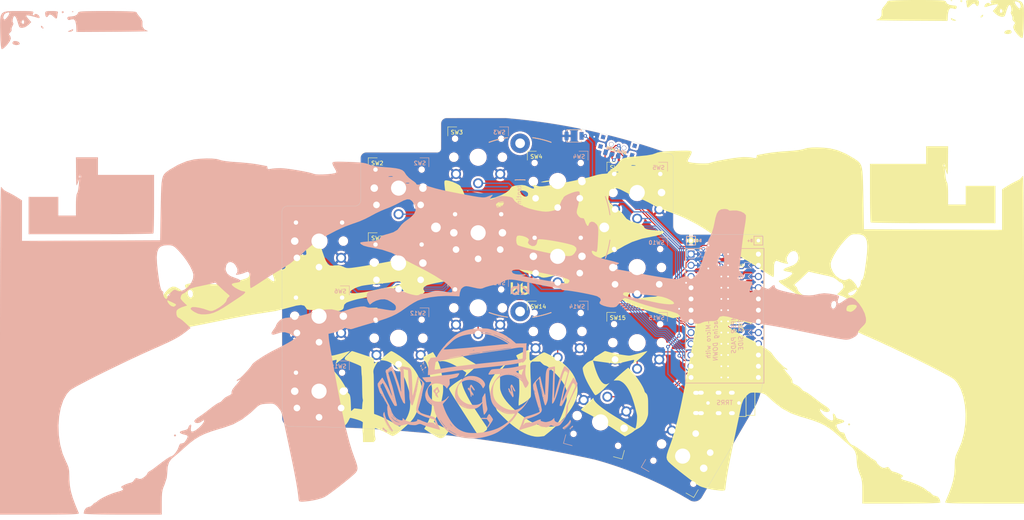
<source format=kicad_pcb>
(kicad_pcb (version 20240108) (generator "pcbnew") (generator_version "8.0")
  (layers (0 "F.Cu" signal) (31 "B.Cu" signal) (34 "B.Paste" user) (35 "F.Paste" user) (36 "B.SilkS" user "B.Silkscreen") (37 "F.SilkS" user "F.Silkscreen") (38 "B.Mask" user) (39 "F.Mask" user) (44 "Edge.Cuts" user))
  (net 0 "")
  (net 1 "gnd")
  (net 2 "vcc")
  (net 3 "Switch18")
  (net 4 "reset")
  (net 5 "Switch1")
  (net 6 "Switch2")
  (net 7 "Switch3")
  (net 8 "Switch4")
  (net 9 "Switch5")
  (net 10 "Switch6")
  (net 11 "Switch7")
  (net 12 "Switch8")
  (net 13 "Switch9")
  (net 14 "Switch10")
  (net 15 "Switch11")
  (net 16 "Switch12")
  (net 17 "Switch13")
  (net 18 "Switch14")
  (net 19 "Switch15")
  (net 20 "Switch16")
  (net 21 "Switch17")
  (net 22 "raw")
  (net 23 "BT+_r")
  (net 24 "Net-(SW_POWERR1-Pad1)")
  (footprint "kbd:1pin_conn" (layer "F.Cu") (at 126.492 45.974)
    (property "Reference" "B+")
    (property "Value" "MountingHole_Pad" (hide yes))
  )
  (footprint "kbd:1pin_conn" (layer "F.Cu") (at 111.252 45.974)
    (property "Reference" "B-")
    (property "Value" "MountingHole_Pad" (hide yes))
  )
  (footprint "Kailh:TRRS-PJ-DPB2" (layer "F.Cu") (at 123.698 82.75 -90)
    (property "Reference" "J2")
    (property "Value" "AudioJack4dpb" (hide yes))
  )
  (footprint "* duckyb-collection:SW_PG1350_rev_DPB" (layer "F.Cu") (at 27.08 46.08)
    (property "Reference" "SW1" (hide yes))
    (property "Value" "SW_Push" (hide yes))
  )
  (footprint "* duckyb-collection:SW_PG1350_rev_DPB" (layer "F.Cu") (at 45.08 34.08)
    (property "Reference" "SW2" (hide yes))
    (property "Value" "SW_Push" (hide yes))
  )
  (footprint "* duckyb-collection:SW_PG1350_rev_DPB" (layer "F.Cu") (at 63.08 27.08)
    (property "Reference" "SW3" (hide yes))
    (property "Value" "SW_Push" (hide yes))
  )
  (footprint "* duckyb-collection:SW_PG1350_rev_DPB" (layer "F.Cu") (at 81.08 32.58)
    (property "Reference" "SW4" (hide yes))
    (property "Value" "SW_Push" (hide yes))
  )
  (footprint "* duckyb-collection:SW_PG1350_rev_DPB" (layer "F.Cu") (at 99.08 35.08)
    (property "Reference" "SW5" (hide yes))
    (property "Value" "SW_Push" (hide yes))
  )
  (footprint "* duckyb-collection:SW_PG1350_rev_DPB" (layer "F.Cu") (at 27.08 63.08)
    (property "Reference" "SW6" (hide yes))
    (property "Value" "SW_Push" (hide yes))
  )
  (footprint "* duckyb-collection:SW_PG1350_rev_DPB" (layer "F.Cu") (at 45.08 51.054)
    (property "Reference" "SW7" (hide yes))
    (property "Value" "SW_Push" (hide yes))
  )
  (footprint "* duckyb-collection:SW_PG1350_rev_DPB" (layer "F.Cu") (at 63.08 44.196)
    (property "Reference" "SW8" (hide yes))
    (property "Value" "SW_Push" (hide yes))
  )
  (footprint "* duckyb-collection:SW_PG1350_rev_DPB" (layer "F.Cu") (at 81.08 49.53)
    (property "Reference" "SW9" (hide yes))
    (property "Value" "SW_Push" (hide yes))
  )
  (footprint "* duckyb-collection:SW_PG1350_rev_DPB" (layer "F.Cu") (at 99.06 52.07)
    (property "Reference" "SW10" (hide yes))
    (property "Value" "SW_Push" (hide yes))
  )
  (footprint "* duckyb-collection:SW_PG1350_rev_DPB" (layer "F.Cu") (at 27.08 80.08)
    (property "Reference" "SW11" (hide yes))
    (property "Value" "SW_Push" (hide yes))
  )
  (footprint "* duckyb-collection:SW_PG1350_rev_DPB" (layer "F.Cu") (at 45.08 68.072)
    (property "Reference" "SW12" (hide yes))
    (property "Value" "SW_Push" (hide yes))
  )
  (footprint "* duckyb-collection:SW_PG1350_rev_DPB" (layer "F.Cu") (at 63.08 61.214)
    (property "Reference" "SW13" (hide yes))
    (property "Value" "SW_Push" (hide yes))
  )
  (footprint "* duckyb-collection:SW_PG1350_rev_DPB" (layer "F.Cu") (at 81.08 66.548)
    (property "Reference" "SW14" (hide yes))
    (property "Value" "SW_Push" (hide yes))
  )
  (footprint "* duckyb-collection:SW_PG1350_rev_DPB" (layer "F.Cu") (at 99.06 69.088)
    (property "Reference" "SW15" (hide yes))
    (property "Value" "SW_Push" (hide yes))
  )
  (footprint "* duckyb-collection:SW_PG1350_rev_DPB" (layer "F.Cu") (at 109.356 94.78 150)
    (property "Reference" "SW17" (hide yes))
    (property "Value" "SW_Push" (hide yes))
  )
  (footprint "* duckyb-collection:SW_PG1350_rev_DPB" (layer "F.Cu") (at 90.796 87.03 165)
    (property "Reference" "SW16" (hide yes))
    (property "Value" "SW_Push" (hide yes))
  )
  (footprint "* duckyb-collection:ProMicro_jumpers_facedown" (layer "F.Cu") (at 118.872 62.992 -90)
    (property "Reference" "U1" (hide yes))
    (property "Value" "ProMicro-kbd" (hide yes))
  )
  (footprint "kbd:Tenting_Puck2" (layer "F.Cu") (at 72.58 42.98)
    (property "Reference" "REF**")
    (property "Value" "Tenting Puck")
  )
  (footprint "Kailh:SPDT_C128955" (layer "F.Cu") (at 94.6404 24.570573 -15.5)
    (property "Reference" "POWER SW")
    (property "Value" "SW_SPDT")
  )
  (footprint "* duckyb-collection:Tactile-Switch_SMT" (layer "F.Cu") (at 84.7852 22.2504)
    (property "Reference" "RSW2" (hide yes))
    (property "Value" "SW_Push")
  )
  (footprint "Pictures:kkk2" (layer "F.Cu") (at 86.5 48.5)
    (property "Reference" "G***")
    (property "Value" "LOGO" (hide yes))
  )
  (footprint "Pictures:kk" (layer "F.Cu") (at 62 81)
    (property "Reference" "G***")
    (property "Value" "LOGO" (hide yes))
  )
  (footprint "Pictures:kksps2" (layer "B.Cu") (at 62.5 78.5 180)
    (property "Reference" "G***")
    (property "Value" "LOGO" (hide yes))
  )
  (footprint "Pictures:kkk2" (layer "B.Cu") (at 55 51 180)
    (property "Reference" "G***")
    (property "Value" "LOGO" (hide yes))
  )
  (gr_arc (start 126.885 44.612) (mid 127.41533 44.83167) (end 127.635 45.362) (stroke (width 0.05)) (layer "Edge.Cuts"))
  (gr_line (start 18.690539 39.431493) (end 18.730254 86.245024) (stroke (width 0.05)) (layer "Edge.Cuts"))
  (gr_arc (start 106.78729 26.456889) (mid 107.104079 26.733645) (end 107.222045 27.137419) (stroke (width 0.05)) (layer "Edge.Cuts"))
  (gr_arc (start 89.409134 95.561946) (mid 100.486488 99.421597) (end 110.938 104.748) (stroke (width 0.05)) (layer "Edge.Cuts"))
  (gr_arc (start 109.257002 44.614917) (mid 107.844534 44.065716) (end 107.222001 42.683999) (stroke (width 0.05)) (layer "Edge.Cuts"))
  (gr_arc (start 69.291777 18.200679) (mid 88.315879 21.073764) (end 106.78729 26.456889) (stroke (width 0.05)) (layer "Edge.Cuts"))
  (gr_arc (start 113.67 104.149265) (mid 112.428995 105.01898) (end 110.938 104.748) (stroke (width 0.05)) (layer "Edge.Cuts"))
  (gr_arc (start 20.768 88.081119) (mid 55.288442 89.987554) (end 89.409134 95.561946) (stroke (width 0.05)) (layer "Edge.Cuts"))
  (gr_arc (start 20.768 88.081119) (mid 19.380573 87.572102) (end 18.730254 86.245024) (stroke (width 0.05)) (layer "Edge.Cuts"))
  (gr_line (start 127.635 45.362) (end 127.635 62.484) (stroke (width 0.05)) (layer "Edge.Cuts"))
  (gr_line (start 107.222001 42.683999) (end 107.222045 27.137419) (stroke (width 0.05)) (layer "Edge.Cuts"))
  (gr_line (start 109.257002 44.614917) (end 126.885 44.612) (stroke (width 0.05)) (layer "Edge.Cuts"))
  (gr_line (start 125.888304 83.312) (end 113.67 104.149265) (stroke (width 0.05)) (layer "Edge.Cuts"))
  (gr_arc (start 127.635 75.98785) (mid 127.177913 79.749197) (end 125.888304 83.312) (stroke (width 0.05)) (layer "Edge.Cuts"))
  (gr_line (start 69.291777 18.200679) (end 56 18.206139) (stroke (width 0.05)) (layer "Edge.Cuts"))
  (gr_line (start 127.635 62.484) (end 127.647 69.85) (stroke (width 0.05)) (layer "Edge.Cuts"))
  (gr_line (start 127.647 69.85) (end 127.635 75.98785) (stroke (width 0.05)) (layer "Edge.Cuts"))
  (gr_arc (start 36.489414 27.284564) (mid 36.868303 26.37215) (end 37.781392 25.99489) (stroke (width 0.05)) (layer "Edge.Cuts"))
  (gr_arc (start 54.685657 19.504544) (mid 55.071936 18.581124) (end 56 18.206139) (stroke (width 0.05)) (layer "Edge.Cuts"))
  (gr_arc (start 54.687154 25.186653) (mid 54.37493 25.794685) (end 53.72421 26.003853) (stroke (width 0.05)) (layer "Edge.Cuts"))
  (gr_line (start 54.690239 19.504548) (end 54.687154 25.186653) (stroke (width 0.05)) (layer "Edge.Cuts"))
  (gr_line (start 36.489414 27.284564) (end 36.502285 36.84956) (stroke (width 0.05)) (layer "Edge.Cuts"))
  (gr_arc (start 18.690539 39.431493) (mid 19.069428 38.519079) (end 19.982517 38.141819) (stroke (width 0.05)) (layer "Edge.Cuts"))
  (gr_arc (start 36.502285 36.84956) (mid 36.123396 37.761974) (end 35.210307 38.139234) (stroke (width 0.05)) (layer "Edge.Cuts"))
  (gr_line (start 53.72421 26.003853) (end 37.781392 25.99489) (stroke (width 0.05)) (layer "Edge.Cuts"))
  (gr_line (start 35.210307 38.139234) (end 19.982517 38.141819) (stroke (width 0.05)) (layer "Edge.Cuts"))
  (gr_text "RAW" (at 116.40097 49.0728 0) (layer "B.SilkS") (effects (font (size 0.6 0.6) (thickness 0.12)) (justify left mirror)))
  (gr_text "B-" (at 113.03 45.974 0) (layer "B.SilkS") (effects (font (size 0.6 0.6)) (justify mirror)))
  (gr_text "2) Close JUMPER PADS\non the OPPOSITE SIDE" (at 121.7168 53.7464 90) (layer "B.SilkS") (effects (font (size 1 1) (thickness 0.15) (italic yes)) (justify left mirror)))
  (gr_text "GND" (at 116.40097 51.6128 0) (layer "B.SilkS") (effects (font (size 0.6 0.6) (thickness 0.12)) (justify left mirror)))
  (gr_text "1) Place Pro-Micro with\ncomponents facing DOWN" (at 115.9764 53.7464 90) (layer "B.SilkS") (effects (font (size 1 1) (thickness 0.15) (italic yes)) (justify left mirror)))
  (gr_text "B+" (at 124.587 45.974 0) (layer "B.SilkS") (effects (font (size 0.6 0.6)) (justify mirror)))
  (gr_text "1) Place Pro-Micro with\ncomponents facing DOWN" (at 115.9764 72.4408 90) (layer "F.SilkS") (effects (font (size 1 1) (thickness 0.15) (italic yes)) (justify left)))
  (gr_text "Half Swept" (at 27.94 35.814 0) (layer "F.SilkS") (effects (font (size 1.5 1.5) (thickness 0.3))))
  (gr_text "GND" (at 121.3612 51.6128 0) (layer "F.SilkS") (effects (font (size 0.6 0.6) (thickness 0.12)) (justify left)))
  (gr_text "2) Close JUMPER PADS\non the OPPOSITE SIDE" (at 121.8692 72.4408 90) (layer "F.SilkS") (effects (font (size 1 1) (thickness 0.15) (italic yes)) (justify left)))
  (gr_text "TRRS" (at 118.872 82.677 0) (layer "F.SilkS") (effects (font (size 1 1))))
  (gr_text "RAW" (at 121.3612 49.0728 0) (layer "F.SilkS") (effects (font (size 0.6 0.6) (thickness 0.12)) (justify left)))
  (segment (start 114.046 53.3908) (end 115.1636 52.2732) (width 0.25) (layer "F.Cu") (net 1))
  (segment (start 118.11 56.642) (end 118.11 54.102) (width 0.25) (layer "F.Cu") (net 1))
  (segment (start 114.046 54.102) (end 114.046 53.3908) (width 0.25) (layer "F.Cu") (net 1))
  (via (at 115.1636 52.2732) (size 0.8) (drill 0.4) (layers "F.Cu" "B.Cu") (net 1))
  (via (at 109.3724 45.6692) (size 0.8) (drill 0.4) (layers "F.Cu" "B.Cu") (net 1))
  (via (at 89.3572 22.4536) (size 0.8) (drill 0.4) (layers "F.Cu" "B.Cu") (net 1))
  (segment (start 112.630511 50.146511) (end 110.661711 50.146511) (width 0.25) (layer "B.Cu") (net 1))
  (segment (start 110.127489 47.098511) (end 111.252 45.974) (width 0.25) (layer "B.Cu") (net 1))
  (segment (start 114.7572 52.2732) (end 114.046 51.562) (width 0.25) (layer "B.Cu") (net 1))
  (segment (start 110.661711 50.146511) (end 110.127489 49.612289) (width 0.25) (layer "B.Cu") (net 1))
  (segment (start 114.046 51.562) (end 112.630511 50.146511) (width 0.25) (layer "B.Cu") (net 1))
  (segment (start 115.1636 52.2732) (end 114.7572 52.2732) (width 0.25) (layer "B.Cu") (net 1))
  (segment (start 110.127489 49.612289) (end 110.127489 47.098511) (width 0.25) (layer "B.Cu") (net 1))
  (segment (start 120.498 85.05) (end 120.498 80.44) (width 0.25) (layer "F.Cu") (net 2))
  (segment (start 108.5596 57.0992) (end 108.5596 61.4172) (width 0.25) (layer "F.Cu") (net 2))
  (segment (start 106.0196 70.0024) (end 106.0704 70.0024) (width 0.25) (layer "F.Cu") (net 2))
  (segment (start 106.0704 70.0024) (end 108.5596 67.5132) (width 0.25) (layer "F.Cu") (net 2))
  (segment (start 120.498 80.44) (end 120.478 80.42) (width 0.25) (layer "F.Cu") (net 2))
  (segment (start 110.1344 55.5244) (end 108.5596 57.0992) (width 0.25) (layer "F.Cu") (net 2))
  (via (at 106.0196 70.0024) (size 0.8) (drill 0.4) (layers "F.Cu" "B.Cu") (net 2))
  (via (at 110.1344 55.5244) (size 0.8) (drill 0.4) (layers "F.Cu" "B.Cu") (net 2))
  (via (at 108.5596 67.5132) (size 0.8) (drill 0.4) (layers "F.Cu" "B.Cu") (net 2))
  (via (at 108.5596 61.4172) (size 0.8) (drill 0.4) (layers "F.Cu" "B.Cu") (net 2))
  (segment (start 108.5596 67.5132) (end 108.5596 61.4172) (width 0.25) (layer "B.Cu") (net 2))
  (segment (start 111.6584 81.8388) (end 119.0592 81.8388) (width 0.25) (layer "B.Cu") (net 2))
  (segment (start 110.141311 55.517489) (end 112.921489 55.517489) (width 0.25) (layer "B.Cu") (net 2))
  (segment (start 112.921489 55.517489) (end 114.046 56.642) (width 0.25) (layer "B.Cu") (net 2))
  (segment (start 119.0592 81.8388) (end 120.478 80.42) (width 0.25) (layer "B.Cu") (net 2))
  (segment (start 106.0196 70.0024) (end 106.0196 76.2) (width 0.25) (layer "B.Cu") (net 2))
  (segment (start 110.1344 55.5244) (end 110.141311 55.517489) (width 0.25) (layer "B.Cu") (net 2))
  (segment (start 106.0196 76.2) (end 111.6584 81.8388) (width 0.25) (layer "B.Cu") (net 2))
  (segment (start 118.11 51.562) (end 118.834511 52.286511) (width 0.25) (layer "F.Cu") (net 3))
  (segment (start 118.834511 52.286511) (end 118.834511 79.063489) (width 0.25) (layer "F.Cu") (net 3))
  (segment (start 117.498 80.44) (end 117.478 80.42) (width 0.25) (layer "F.Cu") (net 3))
  (segment (start 118.834511 79.063489) (end 117.478 80.42) (width 0.25) (layer "F.Cu") (net 3))
  (segment (start 117.498 85.05) (end 117.498 80.44) (width 0.25) (layer "F.Cu") (net 3))
  (segment (start 87.3252 22.2504) (end 86.4852 22.2504) (width 0.25) (layer "F.Cu") (net 4))
  (via (at 87.3252 22.2504) (size 0.8) (drill 0.4) (layers "F.Cu" "B.Cu") (net 4))
  (segment (start 86.4852 22.2504) (end 87.3252 22.2504) (width 0.25) (layer "B.Cu") (net 4))
  (segment (start 87.3252 22.2504) (end 88.9508 23.876) (width 0.25) (layer "B.Cu") (net 4))
  (segment (start 88.9508 33.217792) (end 93.020208 37.2872) (width 0.25) (layer "B.Cu") (net 4))
  (segment (start 88.9508 23.876) (end 88.9508 33.217792) (width 0.25) (layer "B.Cu") (net 4))
  (segment (start 96.172452 37.2872) (end 98.356852 39.4716) (width 0.25) (layer "B.Cu") (net 4))
  (segment (start 109.54488 52.03928) (end 110.3376 52.832) (width 0.25) (layer "B.Cu") (net 4))
  (segment (start 93.020208 37.2872) (end 96.172452 37.2872) (width 0.25) (layer "B.Cu") (net 4))
  (segment (start 109.54488 47.593566) (end 109.54488 52.03928) (width 0.25) (layer "B.Cu") (net 4))
  (segment (start 98.356852 39.4716) (end 101.422914 39.4716) (width 0.25) (layer "B.Cu") (net 4))
  (segment (start 101.422914 39.4716) (end 109.54488 47.593566) (width 0.25) (layer "B.Cu") (net 4))
  (segment (start 110.3376 52.832) (end 112.776 52.832) (width 0.25) (layer "B.Cu") (net 4))
  (segment (start 112.776 52.832) (end 114.046 54.102) (width 0.25) (layer "B.Cu") (net 4))
  (segment (start 108.6104 72.0344) (end 109.6772 73.1012) (width 0.25) (layer "F.Cu") (net 5))
  (segment (start 112.8268 73.1012) (end 114.046 71.882) (width 0.25) (layer "F.Cu") (net 5))
  (segment (start 109.6772 73.1012) (end 112.8268 73.1012) (width 0.25) (layer "F.Cu") (net 5))
  (via (at 108.6104 72.0344) (size 0.8) (drill 0.4) (layers "F.Cu" "B.Cu") (net 5))
  (segment (start 108.6104 71.299954) (end 104.925246 67.6148) (width 0.25) (layer "B.Cu") (net 5))
  (segment (start 60.653557 52.14856) (end 55.398597 57.40352) (width 0.25) (layer "B.Cu") (net 5))
  (segment (start 49.32728 57.40352) (end 48.321289 58.409511) (width 0.25) (layer "B.Cu") (net 5))
  (segment (start 103.2256 67.6148) (end 94.742 59.1312) (width 0.25) (layer "B.Cu") (net 5))
  (segment (start 81.9912 56.9976) (end 77.4192 56.9976) (width 0.25) (layer "B.Cu") (net 5))
  (segment (start 83.10928 55.87952) (end 81.9912 56.9976) (width 0.25) (layer "B.Cu") (net 5))
  (segment (start 72.57016 52.14856) (end 60.653557 52.14856) (width 0.25) (layer "B.Cu") (net 5))
  (segment (start 48.321289 58.409511) (end 33.509511 58.409511) (width 0.25) (layer "B.Cu") (net 5))
  (segment (start 108.6104 72.0344) (end 108.6104 71.299954) (width 0.25) (layer "B.Cu") (net 5))
  (segment (start 94.742 59.1312) (end 92.6084 59.1312) (width 0.25) (layer "B.Cu") (net 5))
  (segment (start 55.398597 57.40352) (end 49.32728 57.40352) (width 0.25) (layer "B.Cu") (net 5))
  (segment (start 92.6084 59.1312) (end 89.35672 55.87952) (width 0.25) (layer "B.Cu") (net 5))
  (segment (start 77.4192 56.9976) (end 72.57016 52.14856) (width 0.25) (layer "B.Cu") (net 5))
  (segment (start 33.509511 58.409511) (end 27.08 51.98) (width 0.25) (layer "B.Cu") (net 5))
  (segment (start 89.35672 55.87952) (end 83.10928 55.87952) (width 0.25) (layer "B.Cu") (net 5))
  (segment (start 104.925246 67.6148) (end 103.2256 67.6148) (width 0.25) (layer "B.Cu") (net 5))
  (segment (start 108.62576 60.316396) (end 109.48168 61.172316) (width 0.25) (layer "B.Cu") (net 6))
  (segment (start 108.62576 58.869314) (end 108.62576 60.316396) (width 0.25) (layer "B.Cu") (net 6))
  (segment (start 95.276118 43.5864) (end 102.994846 43.5864) (width 0.25) (layer "B.Cu") (net 6))
  (segment (start 85.69192 41.29272) (end 90.36552 45.96632) (width 0.25) (layer "B.Cu") (net 6))
  (segment (start 110.0328 64.8716) (end 110.838689 65.677489) (width 0.25) (layer "B.Cu") (net 6))
  (segment (start 110.838689 65.677489) (end 112.921489 65.677489) (width 0.25) (layer "B.Cu") (net 6))
  (segment (start 109.48168 62.177698) (end 110.0328 62.728818) (width 0.25) (layer "B.Cu") (net 6))
  (segment (start 90.36552 45.96632) (end 92.896198 45.96632) (width 0.25) (layer "B.Cu") (net 6))
  (segment (start 70.941483 34.544) (end 77.690203 41.29272) (width 0.25) (layer "B.Cu") (net 6))
  (segment (start 110.0328 62.728818) (end 110.0328 64.8716) (width 0.25) (layer "B.Cu") (net 6))
  (segment (start 102.994846 43.5864) (end 107.7468 48.338354) (width 0.25) (layer "B.Cu") (net 6))
  (segment (start 45.08 39.98) (end 51.2568 39.98) (width 0.25) (layer "B.Cu") (net 6))
  (segment (start 109.48168 61.172316) (end 109.48168 62.177698) (width 0.25) (layer "B.Cu") (net 6))
  (segment (start 51.2568 39.98) (end 56.6928 34.544) (width 0.25) (layer "B.Cu") (net 6))
  (segment (start 112.921489 65.677489) (end 114.046 66.802) (width 0.25) (layer "B.Cu") (net 6))
  (segment (start 107.7468 57.990354) (end 108.62576 58.869314) (width 0.25) (layer "B.Cu") (net 6))
  (segment (start 92.896198 45.96632) (end 95.276118 43.5864) (width 0.25) (layer "B.Cu") (net 6))
  (segment (start 56.6928 34.544) (end 70.941483 34.544) (width 0.25) (layer "B.Cu") (net 6))
  (segment (start 107.7468 48.338354) (end 107.7468 57.990354) (width 0.25) (layer "B.Cu") (net 6))
  (segment (start 77.690203 41.29272) (end 85.69192 41.29272) (width 0.25) (layer "B.Cu") (net 6))
  (segment (start 103.181044 43.13688) (end 108.19632 48.152156) (width 0.25) (layer "B.Cu") (net 7))
  (segment (start 92.71 45.5168) (end 95.089921 43.13688) (width 0.25) (layer "B.Cu") (net 7))
  (segment (start 63.08 32.98) (end 70.0132 32.98) (width 0.25) (layer "B.Cu") (net 7))
  (segment (start 95.089921 43.13688) (end 103.181044 43.13688) (width 0.25) (layer "B.Cu") (net 7))
  (segment (start 109.9312 61.9915) (end 111.077189 63.137489) (width 0.25) (layer "B.Cu") (net 7))
  (segment (start 112.921489 63.137489) (end 114.046 64.262) (width 0.25) (layer "B.Cu") (net 7))
  (segment (start 90.596601 45.5168) (end 92.71 45.5168) (width 0.25) (layer "B.Cu") (net 7))
  (segment (start 85.923001 40.8432) (end 90.596601 45.5168) (width 0.25) (layer "B.Cu") (net 7))
  (segment (start 108.19632 57.804156) (end 109.07528 58.683116) (width 0.25) (layer "B.Cu") (net 7))
  (segment (start 109.9312 60.986118) (end 109.9312 61.9915) (width 0.25) (layer "B.Cu") (net 7))
  (segment (start 70.0132 32.98) (end 77.8764 40.8432) (width 0.25) (layer "B.Cu") (net 7))
  (segment (start 108.19632 48.152156) (end 108.19632 57.804156) (width 0.25) (layer "B.Cu") (net 7))
  (segment (start 109.07528 58.683116) (end 109.07528 60.130198) (width 0.25) (layer "B.Cu") (net 7))
  (segment (start 77.8764 40.8432) (end 85.923001 40.8432) (width 0.25) (layer "B.Cu") (net 7))
  (segment (start 109.07528 60.130198) (end 109.9312 60.986118) (width 0.25) (layer "B.Cu") (net 7))
  (segment (start 111.077189 63.137489) (end 112.921489 63.137489) (width 0.25) (layer "B.Cu") (net 7))
  (segment (start 109.5248 58.496918) (end 109.5248 59.944) (width 0.25) (layer "B.Cu") (net 8))
  (segment (start 108.64584 47.965958) (end 108.64584 57.617958) (width 0.25) (layer "B.Cu") (net 8))
  (segment (start 108.64584 57.617958) (end 109.5248 58.496918) (width 0.25) (layer "B.Cu") (net 8))
  (segment (start 110.178289 60.597489) (end 112.921489 60.597489) (width 0.25) (layer "B.Cu") (net 8))
  (segment (start 109.5248 59.944) (end 110.178289 60.597489) (width 0.25) (layer "B.Cu") (net 8))
  (segment (start 103.367242 42.68736) (end 108.64584 47.965958) (width 0.25) (layer "B.Cu") (net 8))
  (segment (start 95.51936 42.68736) (end 103.367242 42.68736) (width 0.25) (layer "B.Cu") (net 8))
  (segment (start 81.08 38.48) (end 82.986 40.386) (width 0.25) (layer "B.Cu") (net 8))
  (segment (start 82.986 40.386) (end 93.218 40.386) (width 0.25) (layer "B.Cu") (net 8))
  (segment (start 93.218 40.386) (end 95.51936 42.68736) (width 0.25) (layer "B.Cu") (net 8))
  (segment (start 112.921489 60.597489) (end 114.046 61.722) (width 0.25) (layer "B.Cu") (net 8))
  (segment (start 102.2956 40.98) (end 109.09536 47.779763) (width 0.25) (layer "B.Cu") (net 9))
  (segment (start 109.728 58.0644) (end 110.7793 58.0644) (width 0.25) (layer "B.Cu") (net 9))
  (segment (start 110.7793 58.0644) (end 110.786211 58.057489) (width 0.25) (layer "B.Cu") (net 9))
  (segment (start 110.786211 58.057489) (end 112.921489 58.057489) (width 0.25) (layer "B.Cu") (net 9))
  (segment (start 109.09536 57.43176) (end 109.728 58.0644) (width 0.25) (layer "B.Cu") (net 9))
  (segment (start 99.08 40.98) (end 102.2956 40.98) (width 0.25) (layer "B.Cu") (net 9))
  (segment (start 112.921489 58.057489) (end 114.046 59.182) (width 0.25) (layer "B.Cu") (net 9))
  (segment (start 109.09536 47.779763) (end 109.09536 57.43176) (width 0.25) (layer "B.Cu") (net 9))
  (segment (start 103.970392 65.81672) (end 105.670037 65.81672) (width 0.25) (layer "B.Cu") (net 10))
  (segment (start 105.933359 66.080043) (end 109.093716 69.2404) (width 0.25) (layer "B.Cu") (net 10))
  (segment (start 109.093716 69.2404) (end 109.7633 69.2404) (width 0.25) (layer "B.Cu") (net 10))
  (segment (start 24.990979 66.890979) (end 24.990979 51.767821) (width 0.25) (layer "B.Cu") (net 10))
  (segment (start 66.9036 50.8) (end 77.9272 50.8) (width 0.25) (layer "B.Cu") (net 10))
  (segment (start 41.926209 57.844991) (end 44.3992 55.372) (width 0.25) (layer "B.Cu") (net 10))
  (segment (start 87.373843 51.353772) (end 93.353192 57.33312) (width 0.25) (layer "B.Cu") (net 10))
  (segment (start 105.670037 65.81672) (end 105.933359 66.080043) (width 0.25) (layer "B.Cu") (net 10))
  (segment (start 78.85696 51.72976) (end 83.80464 51.72976) (width 0.25) (layer "B.Cu") (net 10))
  (segment (start 110.786211 68.217489) (end 112.921489 68.217489) (width 0.25) (layer "B.Cu") (net 10))
  (segment (start 95.486792 57.33312) (end 103.970392 65.81672) (width 0.25) (layer "B.Cu") (net 10))
  (segment (start 55.026202 56.50448) (end 60.4012 51.129482) (width 0.25) (layer "B.Cu") (net 10))
  (segment (start 64.1096 48.006) (end 66.9036 50.8) (width 0.25) (layer "B.Cu") (net 10))
  (segment (start 84.443951 51.090449) (end 87.110521 51.090449) (width 0.25) (layer "B.Cu") (net 10))
  (segment (start 48.4124 55.372) (end 49.54488 56.50448) (width 0.25) (layer "B.Cu") (net 10))
  (segment (start 109.7633 69.2404) (end 110.786211 68.217489) (width 0.25) (layer "B.Cu") (net 10))
  (segment (start 61.976 48.006) (end 64.1096 48.006) (width 0.25) (layer "B.Cu") (net 10))
  (segment (start 87.110521 51.090449) (end 87.373843 51.353772) (width 0.25) (layer "B.Cu") (net 10))
  (segment (start 60.4012 49.5808) (end 61.976 48.006) (width 0.25) (layer "B.Cu") (net 10))
  (segment (start 28.2956 50.4444) (end 35.696191 57.844991) (width 0.25) (layer "B.Cu") (net 10))
  (segment (start 93.353192 57.33312) (end 95.486792 57.33312) (width 0.25) (layer "B.Cu") (net 10))
  (segment (start 83.80464 51.72976) (end 84.443951 51.090449) (width 0.25) (layer "B.Cu") (net 10))
  (segment (start 49.54488 56.50448) (end 55.026202 56.50448) (width 0.25) (layer "B.Cu") (net 10))
  (segment (start 27.08 68.98) (end 24.990979 66.890979) (width 0.25) (layer "B.Cu") (net 10))
  (segment (start 35.696191 57.844991) (end 41.926209 57.844991) (width 0.25) (layer "B.Cu") (net 10))
  (segment (start 77.9272 50.8) (end 78.85696 51.72976) (width 0.25) (layer "B.Cu") (net 10))
  (segment (start 26.3144 50.4444) (end 28.2956 50.4444) (width 0.25) (layer "B.Cu") (net 10))
  (segment (start 24.990979 51.767821) (end 26.3144 50.4444) (width 0.25) (layer "B.Cu") (net 10))
  (segment (start 44.3992 55.372) (end 48.4124 55.372) (width 0.25) (layer "B.Cu") (net 10))
  (segment (start 60.4012 51.129482) (end 60.4012 49.5808) (width 0.25) (layer "B.Cu") (net 10))
  (segment (start 112.921489 68.217489) (end 114.046 69.342) (width 0.25) (layer "B.Cu") (net 10))
  (segment (start 103.784194 66.26624) (end 105.483839 66.26624) (width 0.25) (layer "B.Cu") (net 11))
  (segment (start 86.924323 51.539969) (end 93.166994 57.78264) (width 0.25) (layer "B.Cu") (net 11))
  (segment (start 93.166994 57.78264) (end 95.300594 57.78264) (width 0.25) (layer "B.Cu") (net 11))
  (segment (start 95.300594 57.78264) (end 103.784194 66.26624) (width 0.25) (layer "B.Cu") (net 11))
  (segment (start 109.975089 70.757489) (end 112.921489 70.757489) (width 0.25) (layer "B.Cu") (net 11))
  (segment (start 112.921489 70.757489) (end 114.046 71.882) (width 0.25) (layer "B.Cu") (net 11))
  (segment (start 60.85072 49.84248) (end 62.23768 48.45552) (width 0.25) (layer "B.Cu") (net 11))
  (segment (start 48.378602 55.97392) (end 49.358683 56.954) (width 0.25) (layer "B.Cu") (net 11))
  (segment (start 46.06008 55.97392) (end 48.378602 55.97392) (width 0.25) (layer "B.Cu") (net 11))
  (segment (start 62.23768 48.45552) (end 63.923403 48.45552) (width 0.25) (layer "B.Cu") (net 11))
  (segment (start 60.85072 51.315679) (end 60.85072 49.84248) (width 0.25) (layer "B.Cu") (net 11))
  (segment (start 45.08 56.954) (end 46.06008 55.97392) (width 0.25) (layer "B.Cu") (net 11))
  (segment (start 66.717403 51.24952) (end 77.741002 51.24952) (width 0.25) (layer "B.Cu") (net 11))
  (segment (start 84.630149 51.539969) (end 86.924323 51.539969) (width 0.25) (layer "B.Cu") (net 11))
  (segment (start 78.670762 52.17928) (end 83.990838 52.17928) (width 0.25) (layer "B.Cu") (net 11))
  (segment (start 105.483839 66.26624) (end 109.975089 70.757489) (width 0.25) (layer "B.Cu") (net 11))
  (segment (start 63.923403 48.45552) (end 66.717403 51.24952) (width 0.25) (layer "B.Cu") (net 11))
  (segment (start 55.2124 56.954) (end 60.85072 51.315679) (width 0.25) (layer "B.Cu") (net 11))
  (segment (start 49.358683 56.954) (end 55.2124 56.954) (width 0.25) (layer "B.Cu") (net 11))
  (segment (start 77.741002 51.24952) (end 78.670762 52.17928) (width 0.25) (layer "B.Cu") (net 11))
  (segment (start 83.990838 52.17928) (end 84.630149 51.539969) (width 0.25) (layer "B.Cu") (net 11))
  (segment (start 84.582 54.9656) (end 89.714236 54.9656) (width 0.25) (layer "B.Cu") (net 12))
  (segment (start 109.82192 71.240039) (end 109.82192 72.53472) (width 0.25) (layer "B.Cu") (net 12))
  (segment (start 64.928165 50.096) (end 66.531206 51.69904) (width 0.25) (layer "B.Cu") (net 12))
  (segment (start 109.82192 72.53472) (end 110.4392 73.152) (width 0.25) (layer "B.Cu") (net 12))
  (segment (start 89.714236 54.9656) (end 92.980796 58.23216) (width 0.25) (layer "B.Cu") (net 12))
  (segment (start 63.08 50.096) (end 64.928165 50.096) (width 0.25) (layer "B.Cu") (net 12))
  (segment (start 103.597996 66.71576) (end 105.297641 66.71576) (width 0.25) (layer "B.Cu") (net 12))
  (segment (start 95.114396 58.23216) (end 103.597996 66.71576) (width 0.25) (layer "B.Cu") (net 12))
  (segment (start 82.2452 52.6288) (end 84.582 54.9656) (width 0.25) (layer "B.Cu") (net 12))
  (segment (start 66.531206 51.69904) (end 77.554804 51.69904) (width 0.25) (layer "B.Cu") (net 12))
  (segment (start 92.980796 58.23216) (end 95.114396 58.23216) (width 0.25) (layer "B.Cu") (net 12))
  (segment (start 112.776 73.152) (end 114.046 74.422) (width 0.25) (layer "B.Cu") (net 12))
  (segment (start 78.484565 52.6288) (end 82.2452 52.6288) (width 0.25) (layer "B.Cu") (net 12))
  (segment (start 110.4392 73.152) (end 112.776 73.152) (width 0.25) (layer "B.Cu") (net 12))
  (segment (start 105.297641 66.71576) (end 109.82192 71.240039) (width 0.25) (layer "B.Cu") (net 12))
  (segment (start 77.554804 51.69904) (end 78.484565 52.6288) (width 0.25) (layer "B.Cu") (net 12))
  (segment (start 112.776 75.692) (end 114.046 76.962) (width 0.25) (layer "B.Cu") (net 13))
  (segment (start 105.111444 67.16528) (end 109.3724 71.426236) (width 0.25) (layer "B.Cu") (net 13))
  (segment (start 110.744 75.692) (end 112.776 75.692) (width 0.25) (layer "B.Cu") (net 13))
  (segment (start 103.411798 67.16528) (end 105.111444 67.16528) (width 0.25) (layer "B.Cu") (net 13))
  (segment (start 81.08 55.43) (end 89.542918 55.43) (width 0.25) (layer "B.Cu") (net 13))
  (segment (start 89.542918 55.43) (end 92.794598 58.68168) (width 0.25) (layer "B.Cu") (net 13))
  (segment (start 109.3724 71.426236) (end 109.3724 74.3204) (width 0.25) (layer "B.Cu") (net 13))
  (segment (start 94.928198 58.68168) (end 103.411798 67.16528) (width 0.25) (layer "B.Cu") (net 13))
  (segment (start 109.3724 74.3204) (end 110.744 75.692) (width 0.25) (layer "B.Cu") (net 13))
  (segment (start 92.794598 58.68168) (end 94.928198 58.68168) (width 0.25) (layer "B.Cu") (net 13))
  (segment (start 112.921489 50.146511) (end 114.046 49.022) (width 0.25) (layer "F.Cu") (net 14))
  (segment (start 110.127489 51.060911) (end 111.041889 50.146511) (width 0.25) (layer "F.Cu") (net 14))
  (segment (start 104.1328 57.97) (end 110.127489 51.975311) (width 0.25) (layer "F.Cu") (net 14))
  (segment (start 111.041889 50.146511) (end 112.921489 50.146511) (width 0.25) (layer "F.Cu") (net 14))
  (segment (start 110.127489 51.975311) (end 110.127489 51.060911) (width 0.25) (layer "F.Cu") (net 14))
  (segment (start 99.06 57.97) (end 104.1328 57.97) (width 0.25) (layer "F.Cu") (net 14))
  (segment (start 106.257265 60.306511) (end 109.255234 63.30448) (width 0.25) (layer "F.Cu") (net 15))
  (segment (start 30.6324 74.676) (end 41.360819 63.947581) (width 0.25) (layer "F.Cu") (net 15))
  (segment (start 112.630511 60.597489) (end 114.046 59.182) (width 0.25) (layer "F.Cu") (net 15))
  (segment (start 27.08 85.0864) (end 30.6324 81.534) (width 0.25) (layer "F.Cu") (net 15))
  (segment (start 41.360819 63.947581) (end 46.719501 63.947581) (width 0.25) (layer "F.Cu") (net 15))
  (segment (start 110.0836 61.3001) (end 110.786211 60.597489) (width 0.25) (layer "F.Cu") (net 15))
  (segment (start 91.088481 60.306511) (end 106.257265 60.306511) (width 0.25) (layer "F.Cu") (net 15))
  (segment (start 109.255234 63.30448) (end 109.592602 63.30448) (width 0.25) (layer "F.Cu") (net 15))
  (segment (start 109.592602 63.30448) (end 110.0836 62.813482) (width 0.25) (layer "F.Cu") (net 15))
  (segment (start 46.719501 63.947581) (end 52.247082 58.42) (width 0.25) (layer "F.Cu") (net 15))
  (segment (start 30.6324 81.534) (end 30.6324 74.676) (width 0.25) (layer "F.Cu") (net 15))
  (segment (start 110.786211 60.597489) (end 112.630511 60.597489) (width 0.25) (layer "F.Cu") (net 15))
  (segment (start 52.247082 58.42) (end 89.20197 58.42) (width 0.25) (layer "F.Cu") (net 15))
  (segment (start 27.08 85.98) (end 27.08 85.0864) (width 0.25) (layer "F.Cu") (net 15))
  (segment (start 89.20197 58.42) (end 91.088481 60.306511) (width 0.25) (layer "F.Cu") (net 15))
  (segment (start 110.0836 62.813482) (end 110.0836 61.3001) (width 0.25) (layer "F.Cu") (net 15))
  (segment (start 112.630511 63.137489) (end 114.046 61.722) (width 0.25) (layer "F.Cu") (net 16))
  (segment (start 47.1424 71.9096) (end 47.1424 70.161021) (width 0.25) (layer "F.Cu") (net 16))
  (segment (start 52.43328 58.86952) (end 89.015773 58.86952) (width 0.25) (layer "F.Cu") (net 16))
  (segment (start 47.169021 70.161021) (end 47.169021 64.133779) (width 0.25) (layer "F.Cu") (net 16))
  (segment (start 109.7788 63.754) (end 110.395311 63.137489) (width 0.25) (layer "F.Cu") (net 16))
  (segment (start 47.1424 70.161021) (end 47.169021 70.161021) (width 0.25) (layer "F.Cu") (net 16))
  (segment (start 110.395311 63.137489) (end 112.630511 63.137489) (width 0.25) (layer "F.Cu") (net 16))
  (segment (start 47.169021 64.133779) (end 52.43328 58.86952) (width 0.25) (layer "F.Cu") (net 16))
  (segment (start 90.902284 60.756031) (end 106.071067 60.756031) (width 0.25) (layer "F.Cu") (net 16))
  (segment (start 45.08 73.972) (end 47.1424 71.9096) (width 0.25) (layer "F.Cu") (net 16))
  (segment (start 106.071067 60.756031) (end 109.069036 63.754) (width 0.25) (layer "F.Cu") (net 16))
  (segment (start 89.015773 58.86952) (end 90.902284 60.756031) (width 0.25) (layer "F.Cu") (net 16))
  (segment (start 109.069036 63.754) (end 109.7788 63.754) (width 0.25) (layer "F.Cu") (net 16))
  (segment (start 63.08 64.980992) (end 68.741952 59.31904) (width 0.25) (layer "F.Cu") (net 17))
  (segment (start 90.716086 61.205551) (end 105.884869 61.205551) (width 0.25) (layer "F.Cu") (net 17))
  (segment (start 112.8776 65.4304) (end 114.046 64.262) (width 0.25) (layer "F.Cu") (net 17))
  (segment (start 63.08 67.114) (end 63.08 64.980992) (width 0.25) (layer "F.Cu") (net 17))
  (segment (start 110.7948 65.4304) (end 112.8776 65.4304) (width 0.25) (layer "F.Cu") (net 17))
  (segment (start 88.829575 59.31904) (end 90.716086 61.205551) (width 0.25) (layer "F.Cu") (net 17))
  (segment (start 108.882839 64.20352) (end 109.56792 64.20352) (width 0.25) (layer "F.Cu") (net 17))
  (segment (start 109.56792 64.20352) (end 110.7948 65.4304) (width 0.25) (layer "F.Cu") (net 17))
  (segment (start 68.741952 59.31904) (end 88.829575 59.31904) (width 0.25) (layer "F.Cu") (net 17))
  (segment (start 105.884869 61.205551) (end 108.882839 64.20352) (width 0.25) (layer "F.Cu") (net 17))
  (segment (start 89.170129 61.655071) (end 105.698671 61.655071) (width 0.25) (layer "F.Cu") (net 18))
  (segment (start 109.381722 64.65304) (end 109.982 65.253318) (width 0.25) (layer "F.Cu") (net 18))
  (segment (start 109.982 67.1223) (end 110.9317 68.072) (width 0.25) (layer "F.Cu") (net 18))
  (segment (start 108.696642 64.65304) (end 109.381722 64.65304) (width 0.25) (layer "F.Cu") (net 18))
  (segment (start 81.08 69.7452) (end 89.170129 61.655071) (width 0.25) (layer "F.Cu") (net 18))
  (segment (start 109.982 65.253318) (end 109.982 67.1223) (width 0.25) (layer "F.Cu") (net 18))
  (segment (start 105.698671 61.655071) (end 108.696642 64.65304) (width 0.25) (layer "F.Cu") (net 18))
  (segment (start 81.08 72.448) (end 81.08 69.7452) (width 0.25) (layer "F.Cu") (net 18))
  (segment (start 112.776 68.072) (end 114.046 66.802) (width 0.25) (layer "F.Cu") (net 18))
  (segment (start 110.9317 68.072) (end 112.776 68.072) (width 0.25) (layer "F.Cu") (net 18))
  (segment (start 110.12665 71.1708) (end 110.539961 70.757489) (width 0.25) (layer "F.Cu") (net 19))
  (segment (start 99.06 74.988) (end 99.06 72.854992) (width 0.25) (layer "F.Cu") (net 19))
  (segment (start 100.744192 71.1708) (end 110.12665 71.1708) (width 0.25) (layer "F.Cu") (net 19))
  (segment (start 112.630511 70.757489) (end 114.046 69.342) (width 0.25) (layer "F.Cu") (net 19))
  (segment (start 99.06 72.854992) (end 100.744192 71.1708) (width 0.25) (layer "F.Cu") (net 19))
  (segment (start 110.539961 70.757489) (end 112.630511 70.757489) (width 0.25) (layer "F.Cu") (net 19))
  (segment (start 110.786211 75.546511) (end 112.921489 75.546511) (width 0.25) (layer "F.Cu") (net 20))
  (segment (start 112.921489 75.546511) (end 114.046 74.422) (width 0.25) (layer "F.Cu") (net 20))
  (segment (start 105.001684 81.331038) (end 110.786211 75.546511) (width 0.25) (layer "F.Cu") (net 20))
  (segment (start 92.323032 81.331038) (end 105.001684 81.331038) (width 0.25) (layer "F.Cu") (net 20))
  (segment (start 108.881929 78.086511) (end 112.921489 78.086511) (width 0.25) (layer "F.Cu") (net 21))
  (segment (start 105.41 82.77445) (end 105.41 81.55844) (width 0.25) (layer "F.Cu") (net 21))
  (segment (start 105.41 81.55844) (end 108.881929 78.086511) (width 0.25) (layer "F.Cu") (net 21))
  (segment (start 112.921489 78.086511) (end 114.046 76.962) (width 0.25) (layer "F.Cu") (net 21))
  (segment (start 112.306 89.67045) (end 105.41 82.77445) (width 0.25) (layer "F.Cu") (net 21))
  (segment (start 108.458 47.752) (end 99.568 38.862) (width 0.25) (layer "F.Cu") (net 22))
  (segment (start 114.046 47.8536) (end 113.9444 47.752) (width 0.25) (layer "F.Cu") (net 22))
  (segment (start 99.568 38.862) (end 98.7552 38.862) (width 0.25) (layer "F.Cu") (net 22))
  (segment (start 92.888235 24.998297) (end 93.611089 24.998297) (width 0.25) (layer "F.Cu") (net 22))
  (segment (start 113.9444 47.752) (end 108.458 47.752) (width 0.25) (layer "F.Cu") (net 22))
  (segment (start 95.96888 36.07568) (end 95.96888 35.735872) (width 0.25) (layer "F.Cu") (net 22))
  (segment (start 93.611089 24.998297) (end 94.174586 24.4348) (width 0.25) (layer "F.Cu") (net 22))
  (segment (start 91.80328 26.083252) (end 91.917712 25.96882) (width 0.25) (layer "F.Cu") (net 22))
  (segment (start 91.80328 31.570272) (end 91.80328 26.083252) (width 0.25) (layer "F.Cu") (net 22))
  (segment (start 95.96888 35.735872) (end 91.80328 31.570272) (width 0.25) (layer "F.Cu") (net 22))
  (segment (start 98.7552 38.862) (end 95.96888 36.07568) (width 0.25) (layer "F.Cu") (net 22))
  (segment (start 94.174586 24.4348) (end 94.8944 24.4348) (width 0.25) (layer "F.Cu") (net 22))
  (segment (start 91.917712 25.96882) (end 92.888235 24.998297) (width 0.25) (layer "F.Cu") (net 22))
  (via (at 94.8944 24.4348) (size 0.8) (drill 0.4) (layers "F.Cu" "B.Cu") (net 22))
  (via (at 114.046 47.8536) (size 0.8) (drill 0.4) (layers "F.Cu" "B.Cu") (net 22))
  (segment (start 94.8944 24.4348) (end 95.261325 24.801725) (width 0.25) (layer "B.Cu") (net 22))
  (segment (start 114.046 47.8536) (end 114.046 49.022) (width 0.25) (layer "B.Cu") (net 22))
  (segment (start 95.261325 24.801725) (end 95.261325 25.53008) (width 0.25) (layer "B.Cu") (net 22))
  (segment (start 96.254049 26.522804) (end 96.254049 27.171393) (width 0.25) (layer "B.Cu") (net 22))
  (segment (start 95.261325 25.53008) (end 96.254049 26.522804) (width 0.25) (layer "B.Cu") (net 22))
  (segment (start 98.941398 38.41248) (end 96.4184 35.889482) (width 0.25) (layer "F.Cu") (net 23))
  (segment (start 96.4184 35.549674) (end 92.2528 31.384074) (width 0.25) (layer "F.Cu") (net 23))
  (segment (start 115.2144 47.072415) (end 113.802571 47.072415) (width 0.25) (layer "F.Cu") (net 23))
  (segment (start 113.572506 47.30248) (end 108.644198 47.30248) (width 0.25) (layer "F.Cu") (net 23))
  (segment (start 99.754198 38.41248) (end 98.941398 38.41248) (width 0.25) (layer "F.Cu") (net 23))
  (segment (start 92.2528 27.480034) (end 93.363158 26.369676) (width 0.25) (layer "F.Cu") (net 23))
  (segment (start 93.363158 27.323158) (end 93.7768 27.7368) (width 0.25) (layer "F.Cu") (net 23))
  (segment (start 92.2528 31.384074) (end 92.2528 27.480034) (width 0.25) (layer "F.Cu") (net 23))
  (segment (start 108.644198 47.30248) (end 99.754198 38.41248) (width 0.25) (layer "F.Cu") (net 23))
  (segment (start 113.802571 47.072415) (end 113.572506 47.30248) (width 0.25) (layer "F.Cu") (net 23))
  (segment (start 93.363158 26.369676) (end 93.363158 27.323158) (width 0.25) (layer "F.Cu") (net 23))
  (segment (start 96.4184 35.889482) (end 96.4184 35.549674) (width 0.25) (layer "F.Cu") (net 23))
  (via (at 115.2144 47.072415) (size 0.8) (drill 0.4) (layers "F.Cu" "B.Cu") (net 23))
  (via (at 93.7768 27.7368) (size 0.8) (drill 0.4) (layers "F.Cu" "B.Cu") (net 23))
  (segment (start 115.2144 47.072415) (end 115.893985 47.752) (width 0.25) (layer "B.Cu") (net 23))
  (segment (start 124.714 47.752) (end 126.492 45.974) (width 0.25) (layer "B.Cu") (net 23))
  (segment (start 93.7768 27.7368) (end 93.842337 27.7368) (width 0.25) (layer "B.Cu") (net 23))
  (segment (start 93.842337 27.7368) (end 94.808603 26.770534) (width 0.25) (layer "B.Cu") (net 23))
  (segment (start 115.893985 47.752) (end 124.714 47.752) (width 0.25) (layer "B.Cu") (net 23))
  (segment (start 94.381056 25.2984) (end 96.254049 27.171393) (width 0.25) (layer "F.Cu") (net 24))
  (segment (start 94.3356 25.2984) (end 94.381056 25.2984) (width 0.25) (layer "F.Cu") (net 24))
  (via (at 94.3356 25.2984) (size 0.8) (drill 0.4) (layers "F.Cu" "B.Cu") (net 24))
  (segment (start 92.588132 25.2984) (end 94.3356 25.2984) (width 0.25) (layer "B.Cu") (net 24))
  (segment (start 91.917712 25.96882) (end 92.588132 25.2984) (width 0.25) (layer "B.Cu") (net 24))
  (zone (net 1) (net_name "gnd") (layers "F&B.Cu") (connect_pads (clearance 0.508)) (min_thickness 0.254) (fill yes (thermal_gap 0.508) (thermal_bridge_width 0.508) (island_removal_mode 1) (island_area_min 0))
    (polygon (pts (xy 15.24 15.24) (xy 132.08 15.24) (xy 132.08 109.22) (xy 15.24 109.22)))
  )
)
</source>
